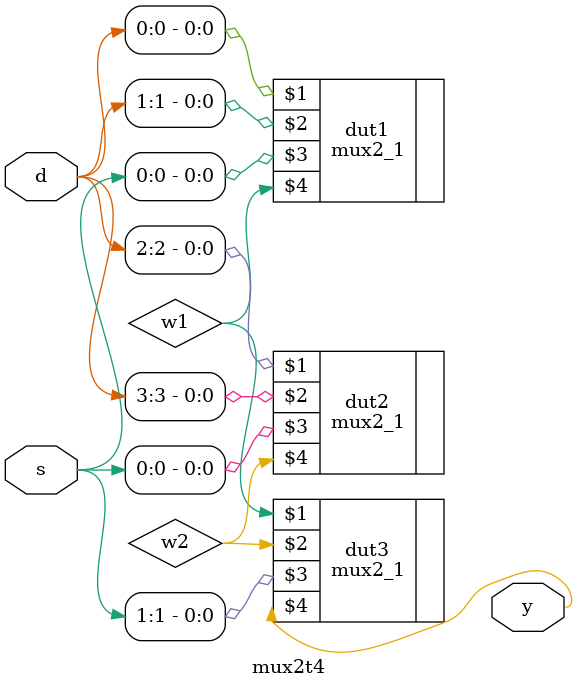
<source format=v>
module mux2t4 (input [3:0]d, input [1:0]s, output reg y);

wire w1,w2;

mux2_1 dut1(d[0],d[1],s[0],w1);
mux2_1 dut2(d[2],d[3],s[0],w2);
mux2_1 dut3(w1,w2,s[1],y);

endmodule
</source>
